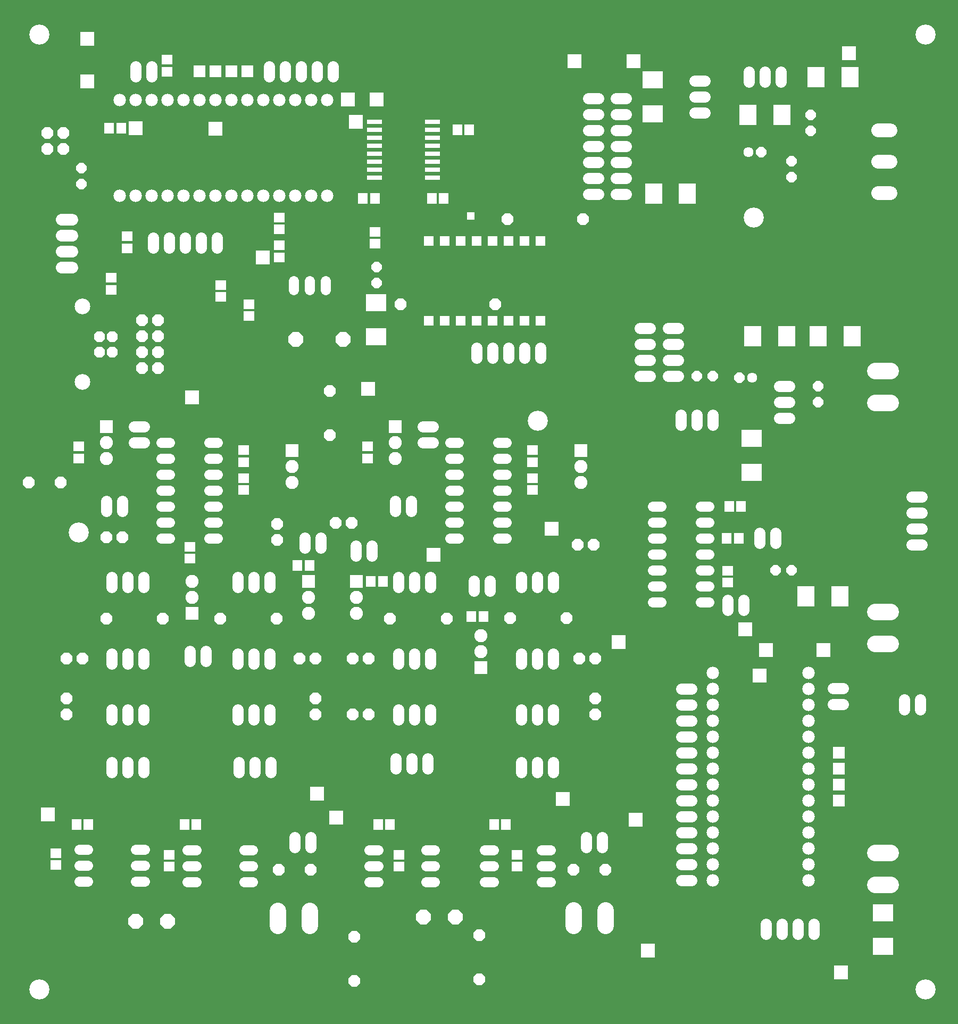
<source format=gbr>
G04 EAGLE Gerber RS-274X export*
G75*
%MOMM*%
%FSLAX34Y34*%
%LPD*%
%INSoldermask Bottom*%
%IPNEG*%
%AMOC8*
5,1,8,0,0,1.08239X$1,22.5*%
G01*
%ADD10C,3.203200*%
%ADD11R,1.503200X1.703200*%
%ADD12R,1.879600X1.879600*%
%ADD13C,1.879600*%
%ADD14R,1.503200X1.803200*%
%ADD15R,1.803200X1.503200*%
%ADD16R,2.403200X0.803200*%
%ADD17C,1.981200*%
%ADD18P,2.556822X8X22.500000*%
%ADD19P,1.749142X8X292.500000*%
%ADD20R,3.203200X2.703200*%
%ADD21R,1.553200X1.553200*%
%ADD22C,1.819200*%
%ADD23R,1.703200X1.503200*%
%ADD24P,2.034460X8X112.500000*%
%ADD25P,2.034460X8X22.500000*%
%ADD26P,2.034460X8X202.500000*%
%ADD27P,2.034460X8X292.500000*%
%ADD28R,2.082800X2.082800*%
%ADD29C,2.082800*%
%ADD30C,1.616000*%
%ADD31P,1.749142X8X22.500000*%
%ADD32C,1.616000*%
%ADD33P,1.749142X8X112.500000*%
%ADD34R,2.703200X3.203200*%
%ADD35P,1.749142X8X202.500000*%
%ADD36P,1.897646X8X292.500000*%
%ADD37C,2.503200*%
%ADD38P,2.584314X8X22.500000*%
%ADD39C,2.603200*%
%ADD40P,2.584314X8X202.500000*%
%ADD41P,1.951982X8X22.500000*%
%ADD42P,1.951982X8X112.500000*%
%ADD43P,1.969084X8X112.500000*%
%ADD44P,1.969084X8X202.500000*%
%ADD45C,2.184400*%
%ADD46R,2.203200X2.203200*%
%ADD47R,1.153200X1.153200*%


D10*
X60160Y549110D03*
X1470160Y549110D03*
X1470160Y2069110D03*
X60160Y2069110D03*
X853100Y1454750D03*
X1197016Y1778092D03*
X122596Y1276442D03*
D11*
X684445Y1808480D03*
X703445Y1808480D03*
X574700Y1808480D03*
X593700Y1808480D03*
D12*
X314960Y2010410D03*
X340360Y2010410D03*
X365760Y2010410D03*
X391160Y2010410D03*
D13*
X111887Y1724025D02*
X95123Y1724025D01*
X95123Y1749425D02*
X111887Y1749425D01*
X111887Y1774825D02*
X95123Y1774825D01*
X95123Y1698625D02*
X111887Y1698625D01*
D14*
X725195Y1917920D03*
X744195Y1917920D03*
D15*
X393065Y1621180D03*
X393065Y1640180D03*
X348615Y1651279D03*
X348615Y1670279D03*
D16*
X593445Y1854200D03*
X685445Y1879600D03*
X593445Y1841500D03*
X593445Y1866900D03*
X593445Y1879600D03*
X685445Y1866900D03*
X685445Y1892300D03*
X685445Y1905000D03*
X593445Y1905000D03*
X685445Y1930400D03*
X593445Y1892300D03*
X593445Y1917700D03*
X685445Y1917700D03*
X593445Y1930400D03*
X685445Y1854200D03*
X685445Y1841500D03*
D17*
X187960Y1812290D03*
X213360Y1812290D03*
X238760Y1812290D03*
X264160Y1812290D03*
X289560Y1812290D03*
X314960Y1812290D03*
X340360Y1812290D03*
X365760Y1812290D03*
X391160Y1812290D03*
X416560Y1812290D03*
X441960Y1812290D03*
X467360Y1812290D03*
X492760Y1812290D03*
X518160Y1812290D03*
X518160Y1964690D03*
X492760Y1964690D03*
X467360Y1964690D03*
X441960Y1964690D03*
X416560Y1964690D03*
X391160Y1964690D03*
X365760Y1964690D03*
X340360Y1964690D03*
X314960Y1964690D03*
X289560Y1964690D03*
X264160Y1964690D03*
X238760Y1964690D03*
X213360Y1964690D03*
X187960Y1964690D03*
D15*
X173990Y1682090D03*
X173990Y1663090D03*
X199390Y1729130D03*
X199390Y1748130D03*
D18*
X467460Y1584325D03*
X543460Y1584325D03*
D19*
X596265Y1699260D03*
X596265Y1673860D03*
D15*
X594360Y1736115D03*
X594360Y1755115D03*
D20*
X595630Y1588280D03*
X595630Y1642280D03*
D15*
X441960Y1777975D03*
X441960Y1758975D03*
D21*
X755650Y1740535D03*
X730250Y1740535D03*
X704850Y1740535D03*
X679450Y1740535D03*
X781050Y1740535D03*
X806450Y1740535D03*
X831850Y1740535D03*
X857250Y1740535D03*
X679450Y1613535D03*
X704850Y1613535D03*
X730250Y1613535D03*
X755650Y1613535D03*
X781050Y1613535D03*
X806450Y1613535D03*
X831850Y1613535D03*
X857250Y1613535D03*
D22*
X755650Y1570815D02*
X755650Y1554655D01*
X781050Y1554655D02*
X781050Y1570815D01*
X806450Y1570815D02*
X806450Y1554655D01*
X831850Y1554655D02*
X831850Y1570815D01*
X857250Y1570815D02*
X857250Y1554655D01*
D15*
X441960Y1714525D03*
X441960Y1733525D03*
D22*
X342900Y1729280D02*
X342900Y1745440D01*
X317500Y1745440D02*
X317500Y1729280D01*
X292100Y1729280D02*
X292100Y1745440D01*
X266700Y1745440D02*
X266700Y1729280D01*
X241300Y1729280D02*
X241300Y1745440D01*
X212725Y2002330D02*
X212725Y2018490D01*
X238125Y2018490D02*
X238125Y2002330D01*
X425450Y2002330D02*
X425450Y2018490D01*
X450850Y2018490D02*
X450850Y2002330D01*
X476250Y2002330D02*
X476250Y2018490D01*
X501650Y2018490D02*
X501650Y2002330D01*
X527050Y2002330D02*
X527050Y2018490D01*
D23*
X384810Y1344320D03*
X384810Y1363320D03*
D24*
X437896Y1264920D03*
X437896Y1290320D03*
D25*
X166370Y1268730D03*
X191770Y1268730D03*
X166328Y1139190D03*
X256328Y1139190D03*
D26*
X437430Y1139190D03*
X347430Y1139190D03*
D22*
X401320Y1189530D02*
X401320Y1205690D01*
X375920Y1205690D02*
X375920Y1189530D01*
X426720Y1189530D02*
X426720Y1205690D01*
X200660Y1205690D02*
X200660Y1189530D01*
X175260Y1189530D02*
X175260Y1205690D01*
X226060Y1205690D02*
X226060Y1189530D01*
X401320Y994870D02*
X401320Y978710D01*
X375920Y978710D02*
X375920Y994870D01*
X426720Y994870D02*
X426720Y978710D01*
X401320Y1067610D02*
X401320Y1083770D01*
X375920Y1083770D02*
X375920Y1067610D01*
X426720Y1067610D02*
X426720Y1083770D01*
X402590Y911050D02*
X402590Y894890D01*
X427990Y894890D02*
X427990Y911050D01*
X377190Y911050D02*
X377190Y894890D01*
X200660Y1067610D02*
X200660Y1083770D01*
X226060Y1083770D02*
X226060Y1067610D01*
X175260Y1067610D02*
X175260Y1083770D01*
X200660Y911050D02*
X200660Y894890D01*
X226060Y894890D02*
X226060Y911050D01*
X175260Y911050D02*
X175260Y894890D01*
X200660Y978710D02*
X200660Y994870D01*
X226060Y994870D02*
X226060Y978710D01*
X175260Y978710D02*
X175260Y994870D01*
D27*
X102870Y1012190D03*
X102870Y986790D03*
D15*
X122428Y1413612D03*
X122428Y1394612D03*
X384810Y1388770D03*
X384810Y1407770D03*
D25*
X473710Y1075690D03*
X499110Y1075690D03*
D24*
X499110Y986790D03*
X499110Y1012190D03*
D25*
X102870Y1075690D03*
X128270Y1075690D03*
D28*
X166220Y1445514D03*
D29*
X166220Y1420114D03*
X166220Y1394714D03*
D28*
X462130Y1407160D03*
D29*
X462130Y1381760D03*
X462130Y1356360D03*
D30*
X267414Y1419860D02*
X253286Y1419860D01*
X253286Y1394460D02*
X267414Y1394460D01*
X267414Y1267460D02*
X253286Y1267460D01*
X329486Y1267460D02*
X343614Y1267460D01*
X267414Y1369060D02*
X253286Y1369060D01*
X253286Y1343660D02*
X267414Y1343660D01*
X267414Y1292860D02*
X253286Y1292860D01*
X253286Y1318260D02*
X267414Y1318260D01*
X329486Y1292860D02*
X343614Y1292860D01*
X343614Y1318260D02*
X329486Y1318260D01*
X329486Y1343660D02*
X343614Y1343660D01*
X343614Y1369060D02*
X329486Y1369060D01*
X329486Y1394460D02*
X343614Y1394460D01*
X343614Y1419860D02*
X329486Y1419860D01*
D22*
X191770Y1326340D02*
X191770Y1310180D01*
X166370Y1310180D02*
X166370Y1326340D01*
X210360Y1445260D02*
X226520Y1445260D01*
X226520Y1419860D02*
X210360Y1419860D01*
D23*
X844550Y1344320D03*
X844550Y1363320D03*
D26*
X557022Y1291590D03*
X531622Y1291590D03*
X942340Y1257300D03*
X916940Y1257300D03*
X898948Y1140460D03*
X808948Y1140460D03*
X707940Y1139190D03*
X617940Y1139190D03*
D22*
X656590Y1189530D02*
X656590Y1205690D01*
X681990Y1205690D02*
X681990Y1189530D01*
X631190Y1189530D02*
X631190Y1205690D01*
X852170Y1205690D02*
X852170Y1189530D01*
X877570Y1189530D02*
X877570Y1205690D01*
X826770Y1205690D02*
X826770Y1189530D01*
X656590Y994870D02*
X656590Y978710D01*
X681990Y978710D02*
X681990Y994870D01*
X631190Y994870D02*
X631190Y978710D01*
X656590Y1067610D02*
X656590Y1083770D01*
X681990Y1083770D02*
X681990Y1067610D01*
X631190Y1067610D02*
X631190Y1083770D01*
X652780Y916638D02*
X652780Y900478D01*
X678180Y900478D02*
X678180Y916638D01*
X627380Y916638D02*
X627380Y900478D01*
X852170Y1067610D02*
X852170Y1083770D01*
X826770Y1083770D02*
X826770Y1067610D01*
X877570Y1067610D02*
X877570Y1083770D01*
X852170Y911050D02*
X852170Y894890D01*
X826770Y894890D02*
X826770Y911050D01*
X877570Y911050D02*
X877570Y894890D01*
X852170Y978710D02*
X852170Y994870D01*
X826770Y994870D02*
X826770Y978710D01*
X877570Y978710D02*
X877570Y994870D01*
D27*
X944880Y1012190D03*
X944880Y986790D03*
D15*
X582168Y1413612D03*
X582168Y1394612D03*
X844550Y1388770D03*
X844550Y1407770D03*
D26*
X584200Y1075690D03*
X558800Y1075690D03*
X584200Y986790D03*
X558800Y986790D03*
X944880Y1075690D03*
X919480Y1075690D03*
D28*
X625960Y1445514D03*
D29*
X625960Y1420114D03*
X625960Y1394714D03*
D28*
X921870Y1407160D03*
D29*
X921870Y1381760D03*
X921870Y1356360D03*
D30*
X727154Y1419860D02*
X713026Y1419860D01*
X713026Y1394460D02*
X727154Y1394460D01*
X727154Y1267460D02*
X713026Y1267460D01*
X789226Y1267460D02*
X803354Y1267460D01*
X727154Y1369060D02*
X713026Y1369060D01*
X713026Y1343660D02*
X727154Y1343660D01*
X727154Y1292860D02*
X713026Y1292860D01*
X713026Y1318260D02*
X727154Y1318260D01*
X789226Y1292860D02*
X803354Y1292860D01*
X803354Y1318260D02*
X789226Y1318260D01*
X789226Y1343660D02*
X803354Y1343660D01*
X803354Y1369060D02*
X789226Y1369060D01*
X789226Y1394460D02*
X803354Y1394460D01*
X803354Y1419860D02*
X789226Y1419860D01*
D22*
X651510Y1326340D02*
X651510Y1310180D01*
X626110Y1310180D02*
X626110Y1326340D01*
X670100Y1445260D02*
X686260Y1445260D01*
X686260Y1419860D02*
X670100Y1419860D01*
D31*
X1209040Y1882045D03*
D32*
X1188720Y1882045D03*
D33*
X1256665Y1842135D03*
X1256665Y1867535D03*
D22*
X1119330Y1944370D02*
X1103170Y1944370D01*
X1103170Y1969770D02*
X1119330Y1969770D01*
X1119330Y1995170D02*
X1103170Y1995170D01*
D34*
X1295705Y2001520D03*
X1349705Y2001520D03*
D20*
X1035558Y1943278D03*
X1035558Y1997278D03*
D22*
X1240155Y1993440D02*
X1240155Y2009600D01*
X1214755Y2009600D02*
X1214755Y1993440D01*
X1189355Y1993440D02*
X1189355Y2009600D01*
D34*
X1241755Y1941195D03*
X1187755Y1941195D03*
D19*
X1287780Y1941195D03*
X1287780Y1915795D03*
D35*
X1174115Y1522730D03*
D32*
X1194435Y1522730D03*
D22*
X1131810Y1463500D02*
X1131810Y1447340D01*
X1106410Y1447340D02*
X1106410Y1463500D01*
X1081010Y1463500D02*
X1081010Y1447340D01*
D31*
X1106170Y1525270D03*
X1131570Y1525270D03*
D34*
X1299388Y1588770D03*
X1353388Y1588770D03*
D20*
X1193800Y1426540D03*
X1193800Y1372540D03*
D22*
X1237630Y1509395D02*
X1253790Y1509395D01*
X1253790Y1483995D02*
X1237630Y1483995D01*
X1237630Y1458595D02*
X1253790Y1458595D01*
D34*
X1249135Y1588770D03*
X1195135Y1588770D03*
D19*
X1299210Y1509395D03*
X1299210Y1483995D03*
D22*
X949785Y1967230D02*
X933625Y1967230D01*
X933625Y1941830D02*
X949785Y1941830D01*
X949785Y1916430D02*
X933625Y1916430D01*
X933625Y1891030D02*
X949785Y1891030D01*
X949785Y1865630D02*
X933625Y1865630D01*
X933625Y1840230D02*
X949785Y1840230D01*
X949785Y1814830D02*
X933625Y1814830D01*
D36*
X175370Y1563570D03*
X175370Y1588570D03*
X155370Y1588570D03*
X155370Y1563570D03*
D37*
X128270Y1636270D03*
X128270Y1515870D03*
D38*
X212725Y657728D03*
X263525Y657728D03*
D14*
X118770Y812165D03*
X137770Y812165D03*
X290474Y812165D03*
X309474Y812165D03*
D30*
X137160Y772160D02*
X123032Y772160D01*
X123032Y746760D02*
X137160Y746760D01*
X213360Y746760D02*
X227488Y746760D01*
X227488Y772160D02*
X213360Y772160D01*
X137160Y721360D02*
X123032Y721360D01*
X213360Y721360D02*
X227488Y721360D01*
X295117Y770890D02*
X309245Y770890D01*
X309245Y745490D02*
X295117Y745490D01*
X385445Y745490D02*
X399573Y745490D01*
X399573Y770890D02*
X385445Y770890D01*
X309245Y720090D02*
X295117Y720090D01*
X385445Y720090D02*
X399573Y720090D01*
D39*
X489839Y674940D02*
X489839Y650940D01*
X439039Y650940D02*
X439039Y674940D01*
D40*
X721995Y664586D03*
X671195Y664586D03*
D14*
X617830Y812165D03*
X598830Y812165D03*
X802615Y812165D03*
X783615Y812165D03*
D30*
X598805Y770890D02*
X584677Y770890D01*
X584677Y745490D02*
X598805Y745490D01*
X675005Y745490D02*
X689133Y745490D01*
X689133Y770890D02*
X675005Y770890D01*
X598805Y720090D02*
X584677Y720090D01*
X675005Y720090D02*
X689133Y720090D01*
X768827Y770890D02*
X782955Y770890D01*
X782955Y745490D02*
X768827Y745490D01*
X859155Y745490D02*
X873283Y745490D01*
X873283Y770890D02*
X859155Y770890D01*
X782955Y720090D02*
X768827Y720090D01*
X859155Y720090D02*
X873283Y720090D01*
D39*
X960755Y675194D02*
X960755Y651194D01*
X909955Y651194D02*
X909955Y675194D01*
D11*
X1176630Y1318260D03*
X1157630Y1318260D03*
D30*
X1049734Y1318260D02*
X1035606Y1318260D01*
X1035606Y1292860D02*
X1049734Y1292860D01*
X1049734Y1165860D02*
X1035606Y1165860D01*
X1111806Y1165860D02*
X1125934Y1165860D01*
X1049734Y1267460D02*
X1035606Y1267460D01*
X1035606Y1242060D02*
X1049734Y1242060D01*
X1049734Y1191260D02*
X1035606Y1191260D01*
X1035606Y1216660D02*
X1049734Y1216660D01*
X1111806Y1191260D02*
X1125934Y1191260D01*
X1125934Y1216660D02*
X1111806Y1216660D01*
X1111806Y1242060D02*
X1125934Y1242060D01*
X1125934Y1267460D02*
X1111806Y1267460D01*
X1111806Y1292860D02*
X1125934Y1292860D01*
X1125934Y1318260D02*
X1111806Y1318260D01*
D22*
X955548Y791797D02*
X955548Y775637D01*
X930148Y775637D02*
X930148Y791797D01*
X491490Y791543D02*
X491490Y775383D01*
X466090Y775383D02*
X466090Y791543D01*
D41*
X804870Y1775460D03*
X924870Y1775460D03*
X634930Y1639570D03*
X784930Y1639570D03*
D42*
X759714Y565456D03*
X759714Y635456D03*
D41*
X43180Y1356360D03*
X93980Y1356360D03*
D42*
X521970Y1431850D03*
X521970Y1501850D03*
X561340Y563170D03*
X561340Y633170D03*
D22*
X1448610Y1257300D02*
X1464770Y1257300D01*
X1464770Y1282700D02*
X1448610Y1282700D01*
X1448610Y1308100D02*
X1464770Y1308100D01*
X1464770Y1333500D02*
X1448610Y1333500D01*
X1076988Y1525270D02*
X1060828Y1525270D01*
X1060828Y1550670D02*
X1076988Y1550670D01*
X1076988Y1576070D02*
X1060828Y1576070D01*
X1060828Y1601470D02*
X1076988Y1601470D01*
D43*
X248920Y1537970D03*
X223520Y1537970D03*
X248920Y1563370D03*
X223520Y1563370D03*
X248920Y1588770D03*
X223520Y1588770D03*
X248920Y1614170D03*
X223520Y1614170D03*
D17*
X1131570Y1053338D03*
X1131570Y1027938D03*
X1131570Y1002538D03*
X1131570Y977138D03*
X1131570Y951738D03*
X1131570Y926338D03*
X1131570Y900938D03*
X1131570Y875538D03*
X1131570Y850138D03*
X1131570Y824738D03*
X1131570Y799338D03*
X1131570Y773938D03*
X1131570Y748538D03*
X1131570Y723138D03*
X1283970Y723138D03*
X1283970Y748538D03*
X1283970Y773938D03*
X1283970Y799338D03*
X1283970Y824738D03*
X1283970Y850138D03*
X1283970Y875538D03*
X1283970Y900938D03*
X1283970Y926338D03*
X1283970Y951738D03*
X1283970Y977138D03*
X1283970Y1002538D03*
X1283970Y1027938D03*
X1283970Y1053338D03*
D22*
X1323134Y1028446D02*
X1339294Y1028446D01*
X1339294Y1003046D02*
X1323134Y1003046D01*
D12*
X1332230Y926338D03*
X1332230Y900938D03*
X1332230Y875538D03*
X1332230Y850138D03*
D22*
X1461770Y994966D02*
X1461770Y1011126D01*
X1436370Y1011126D02*
X1436370Y994966D01*
X1097740Y723138D02*
X1081580Y723138D01*
X1081580Y748538D02*
X1097740Y748538D01*
X1097740Y773938D02*
X1081580Y773938D01*
X1081580Y799338D02*
X1097740Y799338D01*
X1097740Y824738D02*
X1081580Y824738D01*
X1081580Y850138D02*
X1097740Y850138D01*
X1097740Y875538D02*
X1081580Y875538D01*
X1081580Y900938D02*
X1097740Y900938D01*
X1097740Y926338D02*
X1081580Y926338D01*
X1081580Y951738D02*
X1097740Y951738D01*
X1097740Y977138D02*
X1081580Y977138D01*
X1081580Y1002538D02*
X1097740Y1002538D01*
X1097740Y1027938D02*
X1081580Y1027938D01*
D30*
X515620Y1662986D02*
X515620Y1677114D01*
X464820Y1677114D02*
X464820Y1662986D01*
X490220Y1662986D02*
X490220Y1677114D01*
D25*
X909828Y739648D03*
X960628Y739648D03*
X440690Y739648D03*
X491490Y739648D03*
D28*
X302410Y1148080D03*
D29*
X302410Y1173480D03*
X302410Y1198880D03*
D28*
X488546Y1198880D03*
D29*
X488546Y1173480D03*
X488546Y1148080D03*
D28*
X564238Y1198880D03*
D29*
X564238Y1173480D03*
X564238Y1148080D03*
D28*
X762150Y1061720D03*
D29*
X762150Y1087120D03*
X762150Y1112520D03*
D34*
X1333576Y1175004D03*
X1279576Y1175004D03*
D20*
X1402588Y617652D03*
X1402588Y671652D03*
D15*
X263020Y2010080D03*
X263020Y2029080D03*
X86360Y766420D03*
X86360Y747420D03*
X266700Y763880D03*
X266700Y744880D03*
X632460Y763880D03*
X632460Y744880D03*
X820420Y763880D03*
X820420Y744880D03*
D14*
X489560Y1224280D03*
X470560Y1224280D03*
D22*
X508000Y1251760D02*
X508000Y1267920D01*
X482600Y1267920D02*
X482600Y1251760D01*
D15*
X299720Y1235100D03*
X299720Y1254100D03*
D22*
X299720Y1087580D02*
X299720Y1071420D01*
X325120Y1071420D02*
X325120Y1087580D01*
D34*
X1091260Y1816100D03*
X1037260Y1816100D03*
D14*
X587400Y1198880D03*
X606400Y1198880D03*
D22*
X563880Y1239060D02*
X563880Y1255220D01*
X589280Y1255220D02*
X589280Y1239060D01*
D14*
X747420Y1143000D03*
X766420Y1143000D03*
D22*
X751840Y1183180D02*
X751840Y1199340D01*
X777240Y1199340D02*
X777240Y1183180D01*
D11*
X189840Y1920240D03*
X170840Y1920240D03*
D35*
X1257300Y1216660D03*
X1231900Y1216660D03*
D19*
X127000Y1856740D03*
X127000Y1831340D03*
D22*
X1206500Y1275540D02*
X1206500Y1259380D01*
X1231900Y1259380D02*
X1231900Y1275540D01*
X1155700Y1168860D02*
X1155700Y1152700D01*
X1181100Y1152700D02*
X1181100Y1168860D01*
D14*
X1153820Y1267460D03*
X1172820Y1267460D03*
D15*
X1155700Y1216000D03*
X1155700Y1197000D03*
D39*
X1390080Y767080D02*
X1414080Y767080D01*
X1414080Y716280D02*
X1390080Y716280D01*
X1390080Y1150620D02*
X1414080Y1150620D01*
X1414080Y1099820D02*
X1390080Y1099820D01*
X1390080Y1534160D02*
X1414080Y1534160D01*
X1414080Y1483360D02*
X1390080Y1483360D01*
D22*
X993600Y1967230D02*
X977440Y1967230D01*
X977440Y1941830D02*
X993600Y1941830D01*
X993600Y1916430D02*
X977440Y1916430D01*
X977440Y1891030D02*
X993600Y1891030D01*
X993600Y1865630D02*
X977440Y1865630D01*
X977440Y1840230D02*
X993600Y1840230D01*
X993600Y1814830D02*
X977440Y1814830D01*
X1015540Y1525270D02*
X1031700Y1525270D01*
X1031700Y1550670D02*
X1015540Y1550670D01*
X1015540Y1576070D02*
X1031700Y1576070D01*
X1031700Y1601470D02*
X1015540Y1601470D01*
D44*
X97780Y1912700D03*
X97780Y1887300D03*
X72380Y1912700D03*
X72380Y1887300D03*
D22*
X1216660Y653240D02*
X1216660Y637080D01*
X1242060Y637080D02*
X1242060Y653240D01*
X1267460Y653240D02*
X1267460Y637080D01*
X1292860Y637080D02*
X1292860Y653240D01*
D45*
X1394714Y1916938D02*
X1414526Y1916938D01*
X1414526Y1866900D02*
X1394714Y1866900D01*
X1394714Y1816862D02*
X1414526Y1816862D01*
D46*
X981710Y1102360D03*
X582930Y1504950D03*
X340360Y1918970D03*
X415290Y1714500D03*
X213360Y1920240D03*
X563880Y1930400D03*
X875030Y1282700D03*
X532511Y822960D03*
X1009015Y819785D03*
D47*
X746760Y1780540D03*
D46*
X551180Y1965960D03*
X596900Y1965960D03*
X911860Y2026920D03*
X1005840Y2026920D03*
X1308100Y1089660D03*
X892810Y852170D03*
X1336040Y576580D03*
X501650Y861060D03*
X1183340Y1122680D03*
X1348740Y2039620D03*
X687070Y1240790D03*
X302768Y1491742D03*
X73660Y828040D03*
X1028065Y611505D03*
X135890Y1994408D03*
X135890Y2062480D03*
X1206500Y1049020D03*
X1216660Y1089660D03*
M02*

</source>
